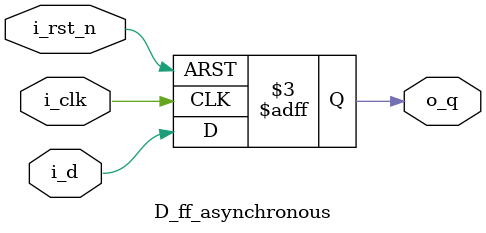
<source format=v>
module D_ff_asynchronous(
	input		i_clk,
	input		i_rst_n,
	input		i_d,
	output	reg	o_q
);
	always @(posedge i_clk or negedge i_rst_n) begin
		if(!i_rst_n)	
			o_q <= 1'b0;
		else
			o_q <= i_d;
	end

endmodule

</source>
